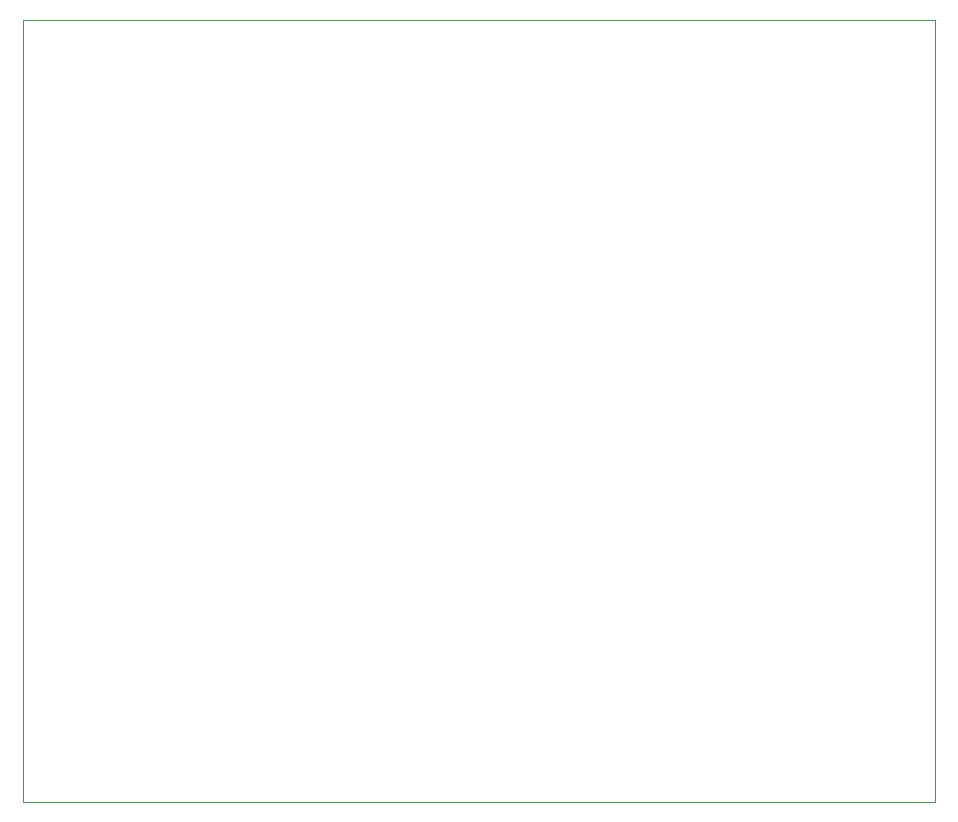
<source format=gbr>
%TF.GenerationSoftware,KiCad,Pcbnew,9.0.3*%
%TF.CreationDate,2025-07-22T12:58:59-05:00*%
%TF.ProjectId,altlas2.0,616c746c-6173-4322-9e30-2e6b69636164,rev?*%
%TF.SameCoordinates,Original*%
%TF.FileFunction,Profile,NP*%
%FSLAX46Y46*%
G04 Gerber Fmt 4.6, Leading zero omitted, Abs format (unit mm)*
G04 Created by KiCad (PCBNEW 9.0.3) date 2025-07-22 12:58:59*
%MOMM*%
%LPD*%
G01*
G04 APERTURE LIST*
%TA.AperFunction,Profile*%
%ADD10C,0.050000*%
%TD*%
G04 APERTURE END LIST*
D10*
X87500000Y-48500000D02*
X164730000Y-48500000D01*
X164730000Y-114760000D01*
X87500000Y-114760000D01*
X87500000Y-48500000D01*
M02*

</source>
